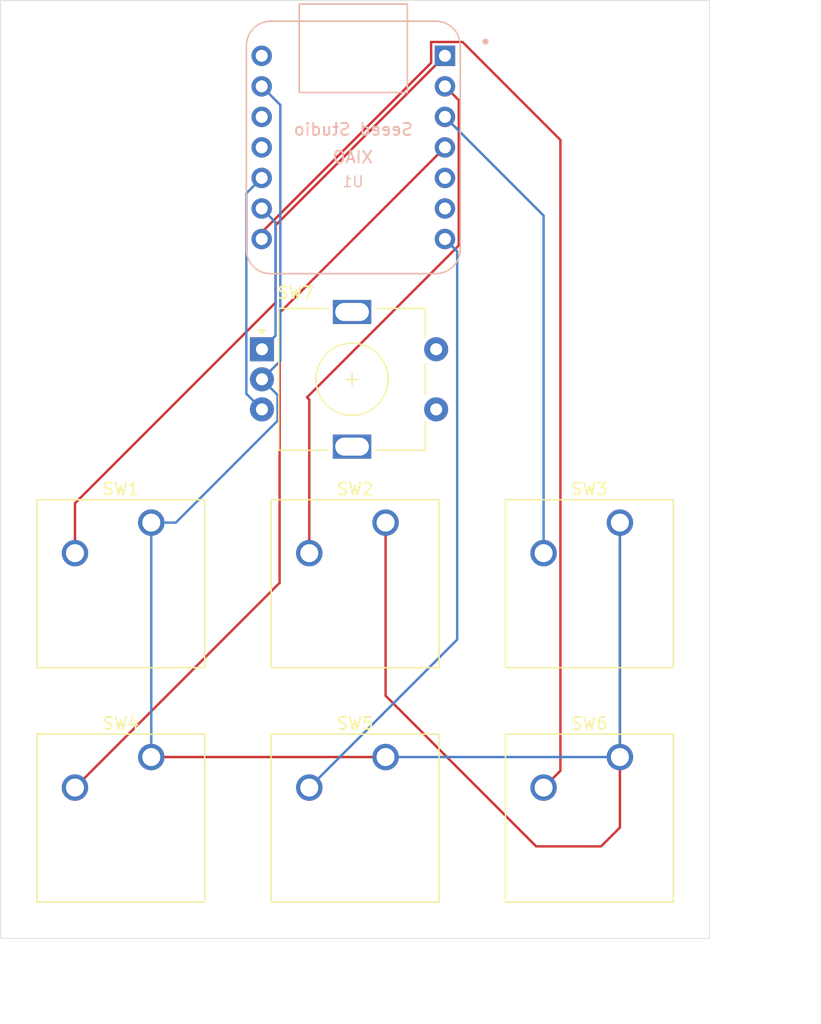
<source format=kicad_pcb>
(kicad_pcb (version 20240108) (generator "pcbnew") (generator_version "8.0")
  (layers (0 "F.Cu" signal) (31 "B.Cu" signal) (34 "B.Paste" user) (35 "F.Paste" user) (36 "B.SilkS" user "B.Silkscreen") (37 "F.SilkS" user "F.Silkscreen") (38 "B.Mask" user) (39 "F.Mask" user) (44 "Edge.Cuts" user))
  (net 0 "")
  (net 1 "GND")
  (net 2 "1")
  (net 3 "2")
  (net 4 "3")
  (net 5 "4")
  (net 6 "5")
  (net 7 "6")
  (net 8 "A")
  (net 9 "B")
  (footprint "Button_Switch_Keyboard:SW_Cherry_MX_1.00u_PCB" (layer "F.Cu") (at 64.54 98.92)
    (property "Reference" "SW2" (at -2.54 -2.794 0) (layer "F.SilkS"))
    (property "Value" "SW_Push")
    (fp_line (start -9.525 -1.905) (end 4.445 -1.905) (stroke (width 0.12)) (layer "F.SilkS"))
    (fp_line (start -9.525 12.065) (end -9.525 -1.905) (stroke (width 0.12)) (layer "F.SilkS"))
    (fp_line (start 4.445 -1.905) (end 4.445 12.065) (stroke (width 0.12)) (layer "F.SilkS"))
    (fp_line (start 4.445 12.065) (end -9.525 12.065) (stroke (width 0.12)) (layer "F.SilkS"))
    (pad "" np_thru_hole circle (at -7.62 5.08) (size 1.7 1.7) (drill 1.7) (layers "*.Cu" "*.Mask"))
    (pad "" np_thru_hole circle (at -2.54 5.08) (size 4 4) (drill 4) (layers "*.Cu" "*.Mask"))
    (pad "" np_thru_hole circle (at 2.54 5.08) (size 1.7 1.7) (drill 1.7) (layers "*.Cu" "*.Mask"))
    (pad "1" thru_hole circle (at 0 0) (size 2.2 2.2) (drill 1.5) (layers "*.Cu" "*.Mask") (net 1 "GND"))
    (pad "2" thru_hole circle (at -6.35 2.54) (size 2.2 2.2) (drill 1.5) (layers "*.Cu" "*.Mask") (net 3 "2"))
  )
  (footprint "Button_Switch_Keyboard:SW_Cherry_MX_1.00u_PCB" (layer "F.Cu") (at 84.04 98.92)
    (property "Reference" "SW3" (at -2.54 -2.794 0) (layer "F.SilkS"))
    (property "Value" "SW_Push")
    (fp_line (start -9.525 -1.905) (end 4.445 -1.905) (stroke (width 0.12)) (layer "F.SilkS"))
    (fp_line (start -9.525 12.065) (end -9.525 -1.905) (stroke (width 0.12)) (layer "F.SilkS"))
    (fp_line (start 4.445 -1.905) (end 4.445 12.065) (stroke (width 0.12)) (layer "F.SilkS"))
    (fp_line (start 4.445 12.065) (end -9.525 12.065) (stroke (width 0.12)) (layer "F.SilkS"))
    (pad "" np_thru_hole circle (at -7.62 5.08) (size 1.7 1.7) (drill 1.7) (layers "*.Cu" "*.Mask"))
    (pad "" np_thru_hole circle (at -2.54 5.08) (size 4 4) (drill 4) (layers "*.Cu" "*.Mask"))
    (pad "" np_thru_hole circle (at 2.54 5.08) (size 1.7 1.7) (drill 1.7) (layers "*.Cu" "*.Mask"))
    (pad "1" thru_hole circle (at 0 0) (size 2.2 2.2) (drill 1.5) (layers "*.Cu" "*.Mask") (net 1 "GND"))
    (pad "2" thru_hole circle (at -6.35 2.54) (size 2.2 2.2) (drill 1.5) (layers "*.Cu" "*.Mask") (net 4 "3"))
  )
  (footprint "Button_Switch_Keyboard:SW_Cherry_MX_1.00u_PCB" (layer "F.Cu") (at 45.04 98.92)
    (property "Reference" "SW1" (at -2.54 -2.794 0) (layer "F.SilkS"))
    (property "Value" "SW_Push")
    (fp_line (start -9.525 -1.905) (end 4.445 -1.905) (stroke (width 0.12)) (layer "F.SilkS"))
    (fp_line (start -9.525 12.065) (end -9.525 -1.905) (stroke (width 0.12)) (layer "F.SilkS"))
    (fp_line (start 4.445 -1.905) (end 4.445 12.065) (stroke (width 0.12)) (layer "F.SilkS"))
    (fp_line (start 4.445 12.065) (end -9.525 12.065) (stroke (width 0.12)) (layer "F.SilkS"))
    (pad "" np_thru_hole circle (at -7.62 5.08) (size 1.7 1.7) (drill 1.7) (layers "*.Cu" "*.Mask"))
    (pad "" np_thru_hole circle (at -2.54 5.08) (size 4 4) (drill 4) (layers "*.Cu" "*.Mask"))
    (pad "" np_thru_hole circle (at 2.54 5.08) (size 1.7 1.7) (drill 1.7) (layers "*.Cu" "*.Mask"))
    (pad "1" thru_hole circle (at 0 0) (size 2.2 2.2) (drill 1.5) (layers "*.Cu" "*.Mask") (net 1 "GND"))
    (pad "2" thru_hole circle (at -6.35 2.54) (size 2.2 2.2) (drill 1.5) (layers "*.Cu" "*.Mask") (net 2 "1"))
  )
  (footprint "Button_Switch_Keyboard:SW_Cherry_MX_1.00u_PCB" (layer "F.Cu") (at 84.04 118.42)
    (property "Reference" "SW6" (at -2.54 -2.794 0) (layer "F.SilkS"))
    (property "Value" "SW_Push")
    (fp_line (start -9.525 -1.905) (end 4.445 -1.905) (stroke (width 0.12)) (layer "F.SilkS"))
    (fp_line (start -9.525 12.065) (end -9.525 -1.905) (stroke (width 0.12)) (layer "F.SilkS"))
    (fp_line (start 4.445 -1.905) (end 4.445 12.065) (stroke (width 0.12)) (layer "F.SilkS"))
    (fp_line (start 4.445 12.065) (end -9.525 12.065) (stroke (width 0.12)) (layer "F.SilkS"))
    (pad "" np_thru_hole circle (at -7.62 5.08) (size 1.7 1.7) (drill 1.7) (layers "*.Cu" "*.Mask"))
    (pad "" np_thru_hole circle (at -2.54 5.08) (size 4 4) (drill 4) (layers "*.Cu" "*.Mask"))
    (pad "" np_thru_hole circle (at 2.54 5.08) (size 1.7 1.7) (drill 1.7) (layers "*.Cu" "*.Mask"))
    (pad "1" thru_hole circle (at 0 0) (size 2.2 2.2) (drill 1.5) (layers "*.Cu" "*.Mask") (net 1 "GND"))
    (pad "2" thru_hole circle (at -6.35 2.54) (size 2.2 2.2) (drill 1.5) (layers "*.Cu" "*.Mask") (net 7 "6"))
  )
  (footprint "Rotary_Encoder:RotaryEncoder_Alps_EC11E-Switch_Vertical_H20mm" (layer "F.Cu") (at 54.25 84.5)
    (property "Reference" "SW7" (at 2.8 -4.7 0) (layer "F.SilkS"))
    (property "Value" "RotaryEncoder")
    (fp_line (start -0.3 -1.6) (end 0.3 -1.6) (stroke (width 0.12)) (layer "F.SilkS"))
    (fp_line (start 0 -1.3) (end -0.3 -1.6) (stroke (width 0.12)) (layer "F.SilkS"))
    (fp_line (start 0.3 -1.6) (end 0 -1.3) (stroke (width 0.12)) (layer "F.SilkS"))
    (fp_line (start 1.4 -3.4) (end 1.4 8.4) (stroke (width 0.12)) (layer "F.SilkS"))
    (fp_line (start 5.5 -3.4) (end 1.4 -3.4) (stroke (width 0.12)) (layer "F.SilkS"))
    (fp_line (start 5.5 8.4) (end 1.4 8.4) (stroke (width 0.12)) (layer "F.SilkS"))
    (fp_line (start 7 2.5) (end 8 2.5) (stroke (width 0.12)) (layer "F.SilkS"))
    (fp_line (start 7.5 2) (end 7.5 3) (stroke (width 0.12)) (layer "F.SilkS"))
    (fp_line (start 9.5 -3.4) (end 13.6 -3.4) (stroke (width 0.12)) (layer "F.SilkS"))
    (fp_line (start 13.6 -3.4) (end 13.6 -1) (stroke (width 0.12)) (layer "F.SilkS"))
    (fp_line (start 13.6 1.2) (end 13.6 3.8) (stroke (width 0.12)) (layer "F.SilkS"))
    (fp_line (start 13.6 6) (end 13.6 8.4) (stroke (width 0.12)) (layer "F.SilkS"))
    (fp_line (start 13.6 8.4) (end 9.5 8.4) (stroke (width 0.12)) (layer "F.SilkS"))
    (fp_circle (center 7.5 2.5) (end 10.5 2.5) (stroke (width 0.12)) (fill none) (layer "F.SilkS"))
    (pad "A" thru_hole rect (at 0 0) (size 2 2) (drill 1) (layers "*.Cu" "*.Mask") (net 8 "A"))
    (pad "B" thru_hole circle (at 0 5) (size 2 2) (drill 1) (layers "*.Cu" "*.Mask") (net 9 "B"))
    (pad "C" thru_hole circle (at 0 2.5) (size 2 2) (drill 1) (layers "*.Cu" "*.Mask") (net 1 "GND"))
    (pad "MP" thru_hole rect (at 7.5 -3.1) (size 3.2 2) (drill oval 2.8 1.5) (layers "*.Cu" "*.Mask"))
    (pad "MP" thru_hole rect (at 7.5 8.1) (size 3.2 2) (drill oval 2.8 1.5) (layers "*.Cu" "*.Mask"))
    (pad "S1" thru_hole circle (at 14.5 5) (size 2 2) (drill 1) (layers "*.Cu" "*.Mask"))
    (pad "S2" thru_hole circle (at 14.5 0) (size 2 2) (drill 1) (layers "*.Cu" "*.Mask"))
  )
  (footprint "Button_Switch_Keyboard:SW_Cherry_MX_1.00u_PCB" (layer "F.Cu") (at 64.54 118.42)
    (property "Reference" "SW5" (at -2.54 -2.794 0) (layer "F.SilkS"))
    (property "Value" "SW_Push")
    (fp_line (start -9.525 -1.905) (end 4.445 -1.905) (stroke (width 0.12)) (layer "F.SilkS"))
    (fp_line (start -9.525 12.065) (end -9.525 -1.905) (stroke (width 0.12)) (layer "F.SilkS"))
    (fp_line (start 4.445 -1.905) (end 4.445 12.065) (stroke (width 0.12)) (layer "F.SilkS"))
    (fp_line (start 4.445 12.065) (end -9.525 12.065) (stroke (width 0.12)) (layer "F.SilkS"))
    (pad "" np_thru_hole circle (at -7.62 5.08) (size 1.7 1.7) (drill 1.7) (layers "*.Cu" "*.Mask"))
    (pad "" np_thru_hole circle (at -2.54 5.08) (size 4 4) (drill 4) (layers "*.Cu" "*.Mask"))
    (pad "" np_thru_hole circle (at 2.54 5.08) (size 1.7 1.7) (drill 1.7) (layers "*.Cu" "*.Mask"))
    (pad "1" thru_hole circle (at 0 0) (size 2.2 2.2) (drill 1.5) (layers "*.Cu" "*.Mask") (net 1 "GND"))
    (pad "2" thru_hole circle (at -6.35 2.54) (size 2.2 2.2) (drill 1.5) (layers "*.Cu" "*.Mask") (net 6 "5"))
  )
  (footprint "Button_Switch_Keyboard:SW_Cherry_MX_1.00u_PCB" (layer "F.Cu") (at 45.04 118.42)
    (property "Reference" "SW4" (at -2.54 -2.794 0) (layer "F.SilkS"))
    (property "Value" "SW_Push")
    (fp_line (start -9.525 -1.905) (end 4.445 -1.905) (stroke (width 0.12)) (layer "F.SilkS"))
    (fp_line (start -9.525 12.065) (end -9.525 -1.905) (stroke (width 0.12)) (layer "F.SilkS"))
    (fp_line (start 4.445 -1.905) (end 4.445 12.065) (stroke (width 0.12)) (layer "F.SilkS"))
    (fp_line (start 4.445 12.065) (end -9.525 12.065) (stroke (width 0.12)) (layer "F.SilkS"))
    (pad "" np_thru_hole circle (at -7.62 5.08) (size 1.7 1.7) (drill 1.7) (layers "*.Cu" "*.Mask"))
    (pad "" np_thru_hole circle (at -2.54 5.08) (size 4 4) (drill 4) (layers "*.Cu" "*.Mask"))
    (pad "" np_thru_hole circle (at 2.54 5.08) (size 1.7 1.7) (drill 1.7) (layers "*.Cu" "*.Mask"))
    (pad "1" thru_hole circle (at 0 0) (size 2.2 2.2) (drill 1.5) (layers "*.Cu" "*.Mask") (net 1 "GND"))
    (pad "2" thru_hole circle (at -6.35 2.54) (size 2.2 2.2) (drill 1.5) (layers "*.Cu" "*.Mask") (net 5 "4"))
  )
  (footprint "Seeed Studio XIAO Series Library:XIAO-Generic-Thruhole-14P-2.54-21X17.8MM" (layer "B.Cu") (at 61.85475 67.712015 180)
    (property "Reference" "U1" (at 0.04 -2.85 0) (layer "B.SilkS") (effects (font (size 0.889 0.889) (thickness 0.1016)) (justify mirror)))
    (property "Value" "Seeed Studio XIAO SAMD21" (hide yes))
    (fp_line (start 8.9 8.5) (end 8.9 -8.5) (stroke (width 0.127)) (layer "B.SilkS"))
    (fp_line (start 6.9 -10.5) (end -6.9 -10.5) (stroke (width 0.127)) (layer "B.SilkS"))
    (fp_line (start 4.5 11.92403) (end -4.5 11.92403) (stroke (width 0.127)) (layer "B.SilkS"))
    (fp_line (start 4.5 4.57073) (end 4.5 11.92403) (stroke (width 0.127)) (layer "B.SilkS"))
    (fp_line (start -4.5 11.92403) (end -4.5 4.57073) (stroke (width 0.127)) (layer "B.SilkS"))
    (fp_line (start -4.5 4.57073) (end 4.5 4.57073) (stroke (width 0.127)) (layer "B.SilkS"))
    (fp_line (start -6.9 10.49909) (end 6.9 10.49909) (stroke (width 0.127)) (layer "B.SilkS"))
    (fp_line (start -8.9 -8.5) (end -8.9 8.5) (stroke (width 0.127)) (layer "B.SilkS"))
    (fp_arc (start 8.9 8.5) (mid 8.301492 9.901492) (end 6.9 10.5) (stroke (width 0.12)) (layer "B.SilkS"))
    (fp_arc (start 6.9 -10.5) (mid 8.314214 -9.914214) (end 8.9 -8.5) (stroke (width 0.12)) (layer "B.SilkS"))
    (fp_arc (start -6.9 10.5) (mid -8.301491 9.901491) (end -8.9 8.5) (stroke (width 0.12)) (layer "B.SilkS"))
    (fp_arc (start -8.9 -8.5) (mid -8.301423 -9.901423) (end -6.9 -10.5) (stroke (width 0.12)) (layer "B.SilkS"))
    (fp_circle (center -11 8.8) (end -11 9.054) (fill solid) (layer "B.SilkS"))
    (fp_poly (pts (xy -8.887715 8.561705) (xy -8.884667 8.610473) (xy -8.880603 8.659494)) (stroke (width 0.0254)) (fill none) (layer "B.SilkS"))
    (fp_poly (pts (xy 8.889492 -8.521574) (xy 8.887713 -8.57085) (xy 8.884665 -8.619618) (xy 8.880601 -8.668639) (xy 8.875268 -8.717407) (xy 8.868664 -8.766175) (xy 8.861044 -8.81469) (xy 8.852153 -8.86295) (xy 8.842248 -8.910955)) (stroke (width 0.0254)) (fill none) (layer "B.SilkS"))
    (fp_text user "Seeed Studio" (at 0 1.5 0) (layer "B.SilkS") (effects (justify mirror)))
    (fp_text user "XIAO" (at 0.04 -0.81 0) (layer "B.SilkS") (effects (justify mirror)))
    (pad "1" thru_hole rect (at -7.625 7.62 180) (size 1.7 1.7) (drill 1) (layers "*.Cu" "*.Mask") (net 2 "1"))
    (pad "2" thru_hole circle (at -7.625 5.08 180) (size 1.7 1.7) (drill 1) (layers "*.Cu" "*.Mask") (net 3 "2"))
    (pad "3" thru_hole circle (at -7.625 2.54 180) (size 1.7 1.7) (drill 1) (layers "*.Cu" "*.Mask") (net 4 "3"))
    (pad "4" thru_hole circle (at -7.625 0 180) (size 1.7 1.7) (drill 1) (layers "*.Cu" "*.Mask") (net 5 "4"))
    (pad "5" thru_hole circle (at -7.625 -2.54 180) (size 1.7 1.7) (drill 1) (layers "*.Cu" "*.Mask"))
    (pad "6" thru_hole circle (at -7.625 -5.08) (size 1.7 1.7) (drill 1) (layers "*.Cu" "*.Mask"))
    (pad "7" thru_hole circle (at -7.625 -7.62 180) (size 1.7 1.7) (drill 1) (layers "*.Cu" "*.Mask") (net 6 "5"))
    (pad "8" thru_hole circle (at 7.625 -7.62 180) (size 1.7 1.7) (drill 1) (layers "*.Cu" "*.Mask") (net 7 "6"))
    (pad "9" thru_hole circle (at 7.625 -5.08 180) (size 1.7 1.7) (drill 1) (layers "*.Cu" "*.Mask") (net 8 "A"))
    (pad "10" thru_hole circle (at 7.625 -2.54 180) (size 1.7 1.7) (drill 1) (layers "*.Cu" "*.Mask") (net 9 "B"))
    (pad "11" thru_hole circle (at 7.625 0 180) (size 1.7 1.7) (drill 1) (layers "*.Cu" "*.Mask"))
    (pad "12" thru_hole circle (at 7.625 2.54 180) (size 1.7 1.7) (drill 1) (layers "*.Cu" "*.Mask"))
    (pad "13" thru_hole circle (at 7.625 5.08 180) (size 1.7 1.7) (drill 1) (layers "*.Cu" "*.Mask") (net 1 "GND"))
    (pad "14" thru_hole circle (at 7.625 7.62 180) (size 1.7 1.7) (drill 1) (layers "*.Cu" "*.Mask"))
  )
  (gr_rect (start 32.5 55.5) (end 91.5 133.5) (stroke (width 0.05)) (fill none) (layer "Edge.Cuts"))
  (segment (start 82.473402 125.85) (end 77.072944 125.85) (width 0.2) (layer "F.Cu") (net 1))
  (segment (start 64.54 113.317056) (end 64.54 98.92) (width 0.2) (layer "F.Cu") (net 1))
  (segment (start 77.072944 125.85) (end 64.54 113.317056) (width 0.2) (layer "F.Cu") (net 1))
  (segment (start 84.04 98.92) (end 84.04 124.283402) (width 0.2) (layer "F.Cu") (net 1))
  (segment (start 45.04 118.42) (end 64.54 118.42) (width 0.2) (layer "F.Cu") (net 1))
  (segment (start 84.04 124.283402) (end 82.473402 125.85) (width 0.2) (layer "F.Cu") (net 1))
  (segment (start 84.04 118.42) (end 84.04 98.92) (width 0.2) (layer "B.Cu") (net 1))
  (segment (start 54.22975 62.632015) (end 55.77975 64.182015) (width 0.2) (layer "B.Cu") (net 1))
  (segment (start 55.77975 64.182015) (end 55.77975 85.47025) (width 0.2) (layer "B.Cu") (net 1))
  (segment (start 45.04 98.92) (end 45.04 118.42) (width 0.2) (layer "B.Cu") (net 1))
  (segment (start 55.55 90.45) (end 47.08 98.92) (width 0.2) (layer "B.Cu") (net 1))
  (segment (start 54.25 87) (end 55.55 88.3) (width 0.2) (layer "B.Cu") (net 1))
  (segment (start 55.77975 85.47025) (end 54.25 87) (width 0.2) (layer "B.Cu") (net 1))
  (segment (start 64.54 118.42) (end 84.04 118.42) (width 0.2) (layer "B.Cu") (net 1))
  (segment (start 47.08 98.92) (end 45.04 98.92) (width 0.2) (layer "B.Cu") (net 1))
  (segment (start 55.55 88.3) (end 55.55 90.45) (width 0.2) (layer "B.Cu") (net 1))
  (segment (start 55.38975 80.61025) (end 38.69 97.31) (width 0.2) (layer "F.Cu") (net 2))
  (segment (start 38.69 97.31) (end 38.69 101.46) (width 0.2) (layer "F.Cu") (net 2))
  (segment (start 55.38975 74.182015) (end 55.38975 80.61025) (width 0.2) (layer "F.Cu") (net 2))
  (segment (start 69.47975 60.092015) (end 55.38975 74.182015) (width 0.2) (layer "F.Cu") (net 2))
  (segment (start 58.19 88.69) (end 58.19 101.46) (width 0.2) (layer "F.Cu") (net 3))
  (segment (start 69.47975 62.632015) (end 70.62975 63.782015) (width 0.2) (layer "F.Cu") (net 3))
  (segment (start 70.62975 75.87025) (end 58 88.5) (width 0.2) (layer "F.Cu") (net 3))
  (segment (start 70.62975 63.782015) (end 70.62975 75.87025) (width 0.2) (layer "F.Cu") (net 3))
  (segment (start 58 88.5) (end 58.19 88.69) (width 0.2) (layer "F.Cu") (net 3))
  (segment (start 69.47975 65.172015) (end 77.69 73.382265) (width 0.2) (layer "B.Cu") (net 4))
  (segment (start 77.69 73.382265) (end 77.69 101.46) (width 0.2) (layer "B.Cu") (net 4))
  (segment (start 69.47975 67.712015) (end 55.72 81.471765) (width 0.2) (layer "F.Cu") (net 5))
  (segment (start 55.72 81.471765) (end 55.72 103.93) (width 0.2) (layer "F.Cu") (net 5))
  (segment (start 55.72 103.93) (end 38.69 120.96) (width 0.2) (layer "F.Cu") (net 5))
  (segment (start 69.47975 75.332015) (end 70.5 76.352265) (width 0.2) (layer "B.Cu") (net 6))
  (segment (start 70.5 108.65) (end 58.19 120.96) (width 0.2) (layer "B.Cu") (net 6))
  (segment (start 70.5 76.352265) (end 70.5 108.65) (width 0.2) (layer "B.Cu") (net 6))
  (segment (start 79.09 119.56) (end 77.69 120.96) (width 0.2) (layer "F.Cu") (net 7))
  (segment (start 68.32975 58.942015) (end 70.942015 58.942015) (width 0.2) (layer "F.Cu") (net 7))
  (segment (start 79.09 67.09) (end 79.09 119.56) (width 0.2) (layer "F.Cu") (net 7))
  (segment (start 68.32975 60.676329) (end 68.32975 58.942015) (width 0.2) (layer "F.Cu") (net 7))
  (segment (start 54.22975 74.776329) (end 68.32975 60.676329) (width 0.2) (layer "F.Cu") (net 7))
  (segment (start 54.22975 75.332015) (end 54.22975 74.776329) (width 0.2) (layer "F.Cu") (net 7))
  (segment (start 70.942015 58.942015) (end 79.09 67.09) (width 0.2) (layer "F.Cu") (net 7))
  (segment (start 55.37975 83.37025) (end 54.25 84.5) (width 0.2) (layer "B.Cu") (net 8))
  (segment (start 55.37975 73.942015) (end 55.37975 83.37025) (width 0.2) (layer "B.Cu") (net 8))
  (segment (start 54.22975 72.792015) (end 55.37975 73.942015) (width 0.2) (layer "B.Cu") (net 8))
  (segment (start 54.22975 70.252015) (end 52.95 71.531765) (width 0.2) (layer "B.Cu") (net 9))
  (segment (start 52.95 71.531765) (end 52.95 88.2) (width 0.2) (layer "B.Cu") (net 9))
  (segment (start 52.95 88.2) (end 54.25 89.5) (width 0.2) (layer "B.Cu") (net 9))
)
</source>
